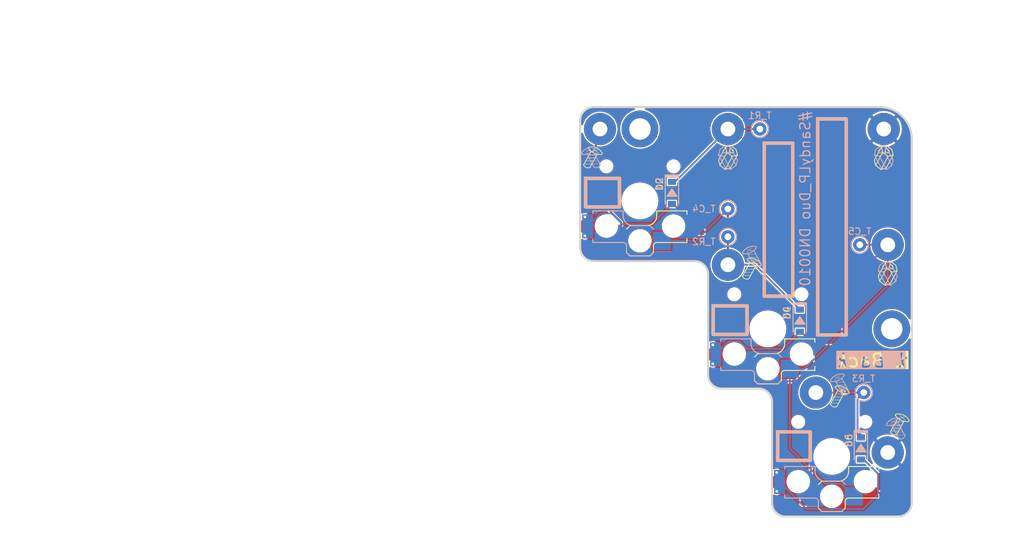
<source format=kicad_pcb>
(kicad_pcb (version 20240108) (generator "pcbnew") (generator_version "8.0")
  (title_block (title "Sandy") (date "2023-01-06") (rev "v.0") (company "@jpskenn"))
  (layers (0 "F.Cu" signal) (31 "B.Cu" signal) (34 "B.Paste" user) (35 "F.Paste" user) (36 "B.SilkS" user "B.Silkscreen") (37 "F.SilkS" user "F.Silkscreen") (38 "B.Mask" user) (39 "F.Mask" user) (44 "Edge.Cuts" user))
  (net 0 "")
  (net 1 "Net-(D3-A)")
  (net 2 "Net-(D4-A)")
  (net 3 "Mid_row1")
  (net 4 "Net-(D1-A)")
  (net 5 "Mid_row2")
  (net 6 "Net-(D2-A)")
  (net 7 "Mid_col4")
  (net 8 "Net-(D5-A)")
  (net 9 "Mid_col5")
  (net 10 "Net-(D6-A)")
  (net 11 "Mid_row0")
  (net 12 "GND")
  (footprint "locallib:MountingHole_2.2-4.8mm_M2_Pad_minimal_for_Through-hole_tap" (layer "F.Cu") (at 153.217917 87.130009)
    (property "Reference" "H4" (hide yes))
    (property "Value" "MountingHole")
    (pad "1" thru_hole circle (at 0 0) (size 4.8 4.8) (drill 2.2) (layers "*.Cu" "*.Mask") (net 12 "GND"))
  )
  (footprint "locallib:ICON_Screw_Medium" (layer "F.Cu") (at 109.220935 45.71903)
    (property "Reference" "REF**")
    (property "Value" "ICON_Screw_Medium")
  )
  (footprint "locallib:MountingHole_2.2-4.8mm_M2_Pad_minimal_for_Through-hole_tap" (layer "F.Cu") (at 129.40531 59.15028)
    (property "Reference" "H2" (hide yes))
    (property "Value" "MountingHole")
    (pad "1" thru_hole circle (at 0 0) (size 4.8 4.8) (drill 2.2) (layers "*.Cu" "*.Mask") (net 3 "Mid_row1"))
  )
  (footprint "locallib:SandyLPD_outline_Mid-CNT" (layer "F.Cu") (at 163.933435 59.15028)
    (property "Reference" "Cutout1" (hide yes))
    (property "Value" "60_Outline" (hide yes))
    (fp_line (start -56.535 -2.55004) (end -56.535 -21.512542) (stroke (width 0.3)) (layer "Edge.Cuts"))
    (fp_line (start -54.535 -0.55004) (end -39.475 -0.55004) (stroke (width 0.3)) (layer "Edge.Cuts"))
    (fp_line (start -37.475 16.44996) (end -37.475 1.44996) (stroke (width 0.3)) (layer "Edge.Cuts"))
    (fp_line (start -35.475 18.44996) (end -29.95 18.44996) (stroke (width 0.3)) (layer "Edge.Cuts"))
    (fp_line (start -27.95 35.52496) (end -27.95 20.44996) (stroke (width 0.3)) (layer "Edge.Cuts"))
    (fp_line (start -25.95 37.52496) (end -9.143756 37.52496) (stroke (width 0.3)) (layer "Edge.Cuts"))
    (fp_line (start -11.906256 -23.512542) (end -54.535 -23.512542) (stroke (width 0.3)) (layer "Edge.Cuts"))
    (fp_line (start -7.143756 35.52496) (end -7.143756 -18.750042) (stroke (width 0.3)) (layer "Edge.Cuts"))
    (fp_arc (start -56.535 -21.512542) (mid -55.949214 -22.926756) (end -54.535 -23.512542) (stroke (width 0.3)) (layer "Edge.Cuts"))
    (fp_arc (start -54.535 -0.55004) (mid -55.949214 -1.135826) (end -56.535 -2.55004) (stroke (width 0.3)) (layer "Edge.Cuts"))
    (fp_arc (start -39.475 -0.55004) (mid -38.060786 0.035746) (end -37.475 1.44996) (stroke (width 0.3)) (layer "Edge.Cuts"))
    (fp_arc (start -35.475 18.44996) (mid -36.889214 17.864174) (end -37.475 16.44996) (stroke (width 0.3)) (layer "Edge.Cuts"))
    (fp_arc (start -29.95 18.44996) (mid -28.535786 19.035746) (end -27.95 20.44996) (stroke (width 0.3)) (layer "Edge.Cuts"))
    (fp_arc (start -25.95 37.52496) (mid -27.364214 36.939174) (end -27.95 35.52496) (stroke (width 0.3)) (layer "Edge.Cuts"))
    (fp_arc (start -11.906256 -23.512542) (mid -8.538662 -22.117636) (end -7.143756 -18.750042) (stroke (width 0.3)) (layer "Edge.Cuts"))
    (fp_arc (start -7.143756 35.52496) (mid -7.729545 36.939171) (end -9.143756 37.52496) (stroke (width 0.3)) (layer "Edge.Cuts"))
  )
  (footprint "locallib:MountingHole_2.2-4.8mm_M2_Pad_minimal_for_Through-hole_tap" (layer "F.Cu") (at 110.355381 38.909656)
    (property "Reference" "H1" (hide yes))
    (property "Value" "MountingHole")
    (pad "1" thru_hole circle (at 0 0) (size 4.8 4.8) (drill 2.2) (layers "*.Cu" "*.Mask") (net 7 "Mid_col4"))
  )
  (footprint "locallib:Kailh_socket_ChocV2_small_#2pad_for_Reverse_no_hole" (layer "F.Cu") (at 135.358435 68.70032)
    (property "Reference" "SW_G1")
    (property "Value" "SW_Push")
    (pad "" np_thru_hole circle (at -5 3.75) (size 3 3) (drill 3) (layers "*.Cu" "*.Mask"))
    (pad "" np_thru_hole circle (at 5 -5.15) (size 1.6 1.6) (drill 1.6) (layers "F&B.Cu" "*.Mask"))
    (pad "1" smd custom (at 2.8 6.3375) (size 1.65 1.825) (layers "B.Cu" "B.Paste" "B.Mask") (net 9 "Mid_col5") (options (clearance outline) (anchor rect)) (primitives (gr_poly (pts (xy -0.825 -1.6875) (xy 0.6 -1.6875) (xy 0.85 -1.3125) (xy 1.325 -0.9625) (xy 1.775 -0.8125) (xy 1.775 0.9125) (xy -0.825 0.9125)) (width 0.12) (fill yes))))
    (pad "2" thru_hole circle (at -8.2 2.4) (size 0.8 0.8) (drill 0.4) (layers "*.Cu" "*.Mask") (net 1 "Net-(D3-A)"))
    (pad "2" thru_hole circle (at -8.2 5.2) (size 0.8 0.8) (drill 0.4) (layers "*.Cu" "*.Mask") (net 1 "Net-(D3-A)"))
    (pad "2" smd rect (at -7.7875 3.8) (size 1.625 3.6) (layers "B.Cu" "B.Paste" "B.Mask") (net 1 "Net-(D3-A)"))
  )
  (footprint "locallib:ICON_Spacer" (layer "F.Cu") (at 129.463182 45.783915)
    (property "Reference" "REF**")
    (property "Value" "ICON_Spacer")
  )
  (footprint "locallib:D_SOD-123_Emphasized_Direction_Line" (layer "F.Cu") (at 121.071015 48.434664 -90)
    (property "Reference" "D2" (at -1.315634 1.85008 90) (layer "F.SilkS"))
    (property "Value" "D")
    (pad "1" smd rect (at -1.65 0 270) (size 0.9 1.2) (layers "F.Cu" "F.Paste" "F.Mask") (net 11 "Mid_row0"))
    (pad "2" smd rect (at 1.65 0 270) (size 0.9 1.2) (layers "F.Cu" "F.Paste" "F.Mask") (net 6 "Net-(D2-A)"))
  )
  (footprint "locallib:MountingHole_M2_Through-hole_tap_THC-0.8-x-2" (layer "F.Cu") (at 116.308435 38.909656)
    (property "Reference" "H5" (hide yes))
    (property "Value" "MountingHole")
    (pad "1" connect circle (at 0 0) (size 4.4 4.4) (layers "F.Cu" "F.Mask"))
    (pad "1" connect circle (at 0 0) (size 4.4 4.4) (layers "B.Cu" "B.Mask"))
    (pad "1" thru_hole circle (at 0 0) (size 5.5 5.5) (drill 3.2) (layers "*.Cu" "*.Mask"))
  )
  (footprint "locallib:ICON_Spacer" (layer "F.Cu") (at 152.664851 45.783915)
    (property "Reference" "REF**")
    (property "Value" "ICON_Spacer")
  )
  (footprint "locallib:MountingHole_2.2-4.8mm_M2_Pad_minimal_for_Through-hole_tap" (layer "F.Cu") (at 142.502283 78.200314)
    (property "Reference" "H3" (hide yes))
    (property "Value" "MountingHole")
    (pad "1" thru_hole circle (at 0 0) (size 4.8 4.8) (drill 2.2) (layers "*.Cu" "*.Mask") (net 5 "Mid_row2"))
  )
  (footprint "locallib:MountingHole_M2_Through-hole_tap_THC-0.8-x-2" (layer "F.Cu") (at 153.81323 68.70032)
    (property "Reference" "H6" (hide yes))
    (property "Value" "MountingHole")
    (pad "1" connect circle (at 0 0) (size 4.4 4.4) (layers "F.Cu" "F.Mask"))
    (pad "1" connect circle (at 0 0) (size 4.4 4.4) (layers "B.Cu" "B.Mask"))
    (pad "1" thru_hole circle (at 0 0) (size 5.5 5.5) (drill 3.2) (layers "*.Cu" "*.Mask"))
  )
  (footprint "locallib:ICON_Spacer" (layer "F.Cu") (at 153.260164 63.047992)
    (property "Reference" "REF**")
    (property "Value" "ICON_Spacer")
  )
  (footprint "locallib:Kailh_socket_ChocV2_small_#2pad_for_Reverse_no_hole" (layer "F.Cu") (at 116.308435 49.62528)
    (property "Reference" "SW_R1")
    (property "Value" "SW_Push")
    (pad "" np_thru_hole circle (at -5 3.75) (size 3 3) (drill 3) (layers "*.Cu" "*.Mask"))
    (pad "" np_thru_hole circle (at 5 -5.15) (size 1.6 1.6) (drill 1.6) (layers "F&B.Cu" "*.Mask"))
    (pad "1" smd custom (at 2.8 6.3375) (size 1.65 1.825) (layers "B.Cu" "B.Paste" "B.Mask") (net 7 "Mid_col4") (options (clearance outline) (anchor rect)) (primitives (gr_poly (pts (xy -0.825 -1.6875) (xy 0.6 -1.6875) (xy 0.85 -1.3125) (xy 1.325 -0.9625) (xy 1.775 -0.8125) (xy 1.775 0.9125) (xy -0.825 0.9125)) (width 0.12) (fill yes))))
    (pad "2" thru_hole circle (at -8.2 2.4) (size 0.8 0.8) (drill 0.4) (layers "*.Cu" "*.Mask") (net 4 "Net-(D1-A)"))
    (pad "2" thru_hole circle (at -8.2 5.2) (size 0.8 0.8) (drill 0.4) (layers "*.Cu" "*.Mask") (net 4 "Net-(D1-A)"))
    (pad "2" smd rect (at -7.7875 3.8) (size 1.625 3.6) (layers "B.Cu" "B.Paste" "B.Mask") (net 4 "Net-(D1-A)"))
  )
  (footprint "locallib:D_SOD-123_Emphasized_Direction_Line" (layer "F.Cu") (at 149.220935 86.534696 -90)
    (property "Reference" "D6" (at -1.190626 1.785939 90) (layer "F.SilkS"))
    (property "Value" "D")
    (pad "1" smd rect (at -1.65 0 270) (size 0.9 1.2) (layers "F.Cu" "F.Paste" "F.Mask") (net 5 "Mid_row2"))
    (pad "2" smd rect (at 1.65 0 270) (size 0.9 1.2) (layers "F.Cu" "F.Paste" "F.Mask") (net 10 "Net-(D6-A)"))
  )
  (footprint "locallib:MountingHole_2.2-4.8mm_M2_Pad_minimal_for_Through-hole_tap" (layer "F.Cu") (at 129.405397 38.909656 180)
    (property "Reference" "H_top_1" (hide yes))
    (property "Value" "MountingHole")
    (pad "1" thru_hole circle (at 0 0 180) (size 4.8 4.8) (drill 2.2) (layers "*.Cu" "*.Mask") (net 11 "Mid_row0"))
  )
  (footprint "locallib:MountingHole_2.2-4.8mm_M2_Pad_minimal_for_Through-hole_tap" (layer "F.Cu") (at 153.217917 56.173733)
    (property "Reference" "H_top_3" (hide yes))
    (property "Value" "MountingHole")
    (pad "1" thru_hole circle (at 0 0) (size 4.8 4.8) (drill 2.2) (layers "*.Cu" "*.Mask") (net 9 "Mid_col5"))
  )
  (footprint "locallib:D_SOD-123_Emphasized_Direction_Line" (layer "F.Cu") (at 140.121031 67.48468 -90)
    (property "Reference" "D4" (at -1.16565 1.900096 90) (layer "F.SilkS"))
    (property "Value" "D")
    (pad "1" smd rect (at -1.65 0 270) (size 0.9 1.2) (layers "F.Cu" "F.Paste" "F.Mask") (net 3 "Mid_row1"))
    (pad "2" smd rect (at 1.65 0 270) (size 0.9 1.2) (layers "F.Cu" "F.Paste" "F.Mask") (net 2 "Net-(D4-A)"))
  )
  (footprint "locallib:Kailh_socket_ChocV2_small_#2pad_for_Reverse_no_hole" (layer "F.Cu") (at 144.883435 87.72528)
    (property "Reference" "SW_MACRO_L1")
    (property "Value" "SW_Push")
    (pad "" np_thru_hole circle (at -5 3.75) (size 3 3) (drill 3) (layers "*.Cu" "*.Mask"))
    (pad "" np_thru_hole circle (at 5 -5.15) (size 1.6 1.6) (drill 1.6) (layers "F&B.Cu" "*.Mask"))
    (pad "1" smd custom (at 2.8 6.3375) (size 1.65 1.825) (layers "B.Cu" "B.Paste" "B.Mask") (net 9 "Mid_col5") (options (clearance outline) (anchor rect)) (primitives (gr_poly (pts (xy -0.825 -1.6875) (xy 0.6 -1.6875) (xy 0.85 -1.3125) (xy 1.325 -0.9625) (xy 1.775 -0.8125) (xy 1.775 0.9125) (xy -0.825 0.9125)) (width 0.12) (fill yes))))
    (pad "2" thru_hole circle (at -8.2 2.4) (size 0.8 0.8) (drill 0.4) (layers "*.Cu" "*.Mask") (net 8 "Net-(D5-A)"))
    (pad "2" thru_hole circle (at -8.2 5.2) (size 0.8 0.8) (drill 0.4) (layers "*.Cu" "*.Mask") (net 8 "Net-(D5-A)"))
    (pad "2" smd rect (at -7.7875 3.8) (size 1.625 3.6) (layers "B.Cu" "B.Paste" "B.Mask") (net 8 "Net-(D5-A)"))
  )
  (footprint "locallib:MountingHole_2.2-4.8mm_M2_Pad_minimal_for_Through-hole_tap" (layer "F.Cu") (at 152.622604 38.909656)
    (property "Reference" "H_top_2" (hide yes))
    (property "Value" "MountingHole")
    (pad "1" thru_hole circle (at 0 0) (size 4.8 4.8) (drill 2.2) (layers "*.Cu" "*.Mask") (net 12 "GND"))
  )
  (footprint "locallib:ICON_Screw_Medium" (layer "F.Cu") (at 132.889966 62.320408)
    (property "Reference" "REF**")
    (property "Value" "ICON_Screw_Medium")
  )
  (footprint "locallib:ICON_Screw_Medium" (layer "F.Cu") (at 145.986852 81.370424)
    (property "Reference" "REF**")
    (property "Value" "ICON_Screw_Medium")
  )
  (footprint "locallib:ICON_Screw_Medium" (layer "F.Cu") (at 154.916547 85.537615)
    (property "Reference" "REF**")
    (property "Value" "ICON_Screw_Medium")
  )
  (footprint "locallib:ICON_Screw_Medium" (layer "B.Cu") (at 154.495852 86.132928 180)
    (property "Reference" "REF**")
    (property "Value" "ICON_Screw_Medium")
  )
  (footprint "locallib:TestPoint_THTPad_D2.0mm_Drill1.0mm" (layer "B.Cu") (at 149.050726 56.173733 180)
    (property "Reference" "T_C5" (at 0 1.998 0) (layer "B.SilkS") (effects (justify mirror)))
    (property "Value" "Conn_01x01")
    (pad "1" thru_hole circle (at 0 0 180) (size 2 2) (drill 1) (layers "*.Cu" "*.Mask") (net 9 "Mid_col5"))
  )
  (footprint "locallib:Kailh_socket_ChocV2_for_Reverse" (layer "B.Cu") (at 135.358435 68.70032 180)
    (property "Reference" "SW_H1")
    (property "Value" "SW_Push")
    (pad "" np_thru_hole circle (at -5 -3.75 180) (size 3 3) (drill 3) (layers "*.Cu" "*.Mask"))
    (pad "" np_thru_hole circle (at 0 -5.95 180) (size 3 3) (drill 3) (layers "*.Cu" "*.Mask"))
    (pad "" np_thru_hole circle (at 0 0 180) (size 5 5) (drill 5) (layers "*.Cu" "*.Mask"))
    (pad "" np_thru_hole circle (at 5 5.15 180) (size 1.6 1.6) (drill 1.6) (layers "F&B.Cu" "*.Mask"))
    (pad "1" smd custom (at 2.8125 -6.3 180) (size 1.675 1.9) (layers "F.Cu" "F.Paste" "F.Mask") (net 9 "Mid_col5") (options (clearance outline) (anchor rect)) (primitives (gr_poly (pts (xy -0.8375 1.65) (xy -0.8375 -0.95) (xy 1.7625 -0.95) (xy 1.7625 0.78) (xy 1.3075 0.93) (xy 0.8375 1.28) (xy 0.5875 1.65)) (width 0.12) (fill yes))))
    (pad "2" smd rect (at -8.275 -3.75 180) (size 2.6 2.6) (layers "F.Cu" "F.Paste" "F.Mask") (net 2 "Net-(D4-A)"))
  )
  (footprint "locallib:D_SOD-123_Emphasized_Direction_Line" (layer "B.Cu") (at 149.220935 86.534655 -90)
    (property "Reference" "D5" (at -1.190585 1.785939 90) (layer "B.SilkS") (effects (justify mirror)))
    (property "Value" "D")
    (pad "1" smd rect (at -1.65 0 270) (size 0.9 1.2) (layers "B.Cu" "B.Paste" "B.Mask") (net 5 "Mid_row2"))
    (pad "2" smd rect (at 1.65 0 270) (size 0.9 1.2) (layers "B.Cu" "B.Paste" "B.Mask") (net 8 "Net-(D5-A)"))
  )
  (footprint "locallib:Kailh_socket_ChocV2_for_Reverse" (layer "B.Cu") (at 144.883435 87.72528 180)
    (property "Reference" "SW_MACRO_R1")
    (property "Value" "SW_Push")
    (pad "" np_thru_hole circle (at -5 -3.75 180) (size 3 3) (drill 3) (layers "*.Cu" "*.Mask"))
    (pad "" np_thru_hole circle (at 0 -5.95 180) (size 3 3) (drill 3) (layers "*.Cu" "*.Mask"))
    (pad "" np_thru_hole circle (at 0 0 180) (size 5 5) (drill 5) (layers "*.Cu" "*.Mask"))
    (pad "" np_thru_hole circle (at 5 5.15 180) (size 1.6 1.6) (drill 1.6) (layers "F&B.Cu" "*.Mask"))
    (pad "1" smd custom (at 2.8125 -6.3 180) (size 1.675 1.9) (layers "F.Cu" "F.Paste" "F.Mask") (net 9 "Mid_col5") (options (clearance outline) (anchor rect)) (primitives (gr_poly (pts (xy -0.8375 1.65) (xy -0.8375 -0.95) (xy 1.7625 -0.95) (xy 1.7625 0.78) (xy 1.3075 0.93) (xy 0.8375 1.28) (xy 0.5875 1.65)) (width 0.12) (fill yes))))
    (pad "2" smd rect (at -8.275 -3.75 180) (size 2.6 2.6) (layers "F.Cu" "F.Paste" "F.Mask") (net 10 "Net-(D6-A)"))
  )
  (footprint "locallib:D_SOD-123_Emphasized_Direction_Line" (layer "B.Cu") (at 121.070935 48.434655 -90)
    (property "Reference" "D1" (at -1.315625 1.85 90) (layer "B.SilkS") (effects (justify mirror)))
    (property "Value" "D")
    (pad "1" smd rect (at -1.65 0 270) (size 0.9 1.2) (layers "B.Cu" "B.Paste" "B.Mask") (net 11 "Mid_row0"))
    (pad "2" smd rect (at 1.65 0 270) (size 0.9 1.2) (layers "B.Cu" "B.Paste" "B.Mask") (net 4 "Net-(D1-A)"))
  )
  (footprint "locallib:D_SOD-123_Emphasized_Direction_Line" (layer "B.Cu") (at 140.120935 67.484655 -90)
    (property "Reference" "D3" (at -1.165625 1.9 90) (layer "B.SilkS") (effects (justify mirror)))
    (property "Value" "D")
    (pad "1" smd rect (at -1.65 0 270) (size 0.9 1.2) (layers "B.Cu" "B.Paste" "B.Mask") (net 3 "Mid_row1"))
    (pad "2" smd rect (at 1.65 0 270) (size 0.9 1.2) (layers "B.Cu" "B.Paste" "B.Mask") (net 1 "Net-(D3-A)"))
  )
  (footprint "locallib:TestPoint_THTPad_D2.0mm_Drill1.0mm" (layer "B.Cu") (at 129.405397 50.815916)
    (property "Reference" "T_C4" (at -3.571878 0 0) (layer "B.SilkS") (effects (justify mirror)))
    (property "Value" "Conn_01x01")
    (pad "1" thru_hole circle (at 0 0) (size 2 2) (drill 1) (layers "*.Cu" "*.Mask") (net 7 "Mid_col4"))
  )
  (footprint "locallib:ICON_Spacer" (layer "B.Cu") (at 152.580357 45.783915 180)
    (property "Reference" "REF**")
    (property "Value" "ICON_Spacer")
  )
  (footprint "locallib:ICON_Spacer" (layer "B.Cu") (at 153.17567 63.047992 180)
    (property "Reference" "REF**")
    (property "Value" "ICON_Spacer")
  )
  (footprint "locallib:ICON_Screw_Medium" (layer "B.Cu") (at 133.064584 60.534469 180)
    (property "Reference" "REF**")
    (property "Value" "ICON_Screw_Medium")
  )
  (footprint "locallib:ICON_Screw_Medium" (layer "B.Cu") (at 109.108244 45.698514 180)
    (property "Reference" "REF**")
    (property "Value" "ICON_Screw_Medium")
  )
  (footprint "locallib:TestPoint_THTPad_D2.0mm_Drill1.0mm" (layer "B.Cu") (at 129.405397 54.983107)
    (property "Reference" "T_R2" (at -3.571878 0.735923 0) (layer "B.SilkS") (effects (justify mirror)))
    (property "Value" "Conn_01x01")
    (pad "1" thru_hole circle (at 0 0) (size 2 2) (drill 1) (layers "*.Cu" "*.Mask") (net 3 "Mid_row1"))
  )
  (footprint "locallib:TestPoint_THTPad_D2.0mm_Drill1.0mm" (layer "B.Cu") (at 134.167901 38.909656 180)
    (property "Reference" "T_R1" (at 0 1.998 0) (layer "B.SilkS") (effects (justify mirror)))
    (property "Value" "Conn_01x01")
    (pad "1" thru_hole circle (at 0 0 180) (size 2 2) (drill 1) (layers "*.Cu" "*.Mask") (net 11 "Mid_row0"))
  )
  (footprint "locallib:Kailh_socket_ChocV2_for_Reverse" (layer "B.Cu") (at 116.308435 49.62528 180)
    (property "Reference" "SW_U1")
    (property "Value" "SW_Push")
    (pad "" np_thru_hole circle (at -5 -3.75 180) (size 3 3) (drill 3) (layers "*.Cu" "*.Mask"))
    (pad "" np_thru_hole circle (at 0 -5.95 180) (size 3 3) (drill 3) (layers "*.Cu" "*.Mask"))
    (pad "" np_thru_hole circle (at 0 0 180) (size 5 5) (drill 5) (layers "*.Cu" "*.Mask"))
    (pad "" np_thru_hole circle (at 5 5.15 180) (size 1.6 1.6) (drill 1.6) (layers "F&B.Cu" "*.Mask"))
    (pad "1" smd custom (at 2.8125 -6.3 180) (size 1.675 1.9) (layers "F.Cu" "F.Paste" "F.Mask") (net 7 "Mid_col4") (options (clearance outline) (anchor rect)) (primitives (gr_poly (pts (xy -0.8375 1.65) (xy -0.8375 -0.95) (xy 1.7625 -0.95) (xy 1.7625 0.78) (xy 1.3075 0.93) (xy 0.8375 1.28) (xy 0.5875 1.65)) (width 0.12) (fill yes))))
    (pad "2" smd rect (at -8.275 -3.75 180) (size 2.6 2.6) (layers "F.Cu" "F.Paste" "F.Mask") (net 6 "Net-(D2-A)"))
  )
  (footprint "locallib:TestPoint_THTPad_D2.0mm_Drill1.0mm" (layer "B.Cu") (at 149.645935 78.20028)
    (property "Reference" "T_R3" (at -0.025 -2.08125 0) (layer "B.SilkS") (effects (justify mirror)))
    (property "Value" "Conn_01x01")
    (pad "1" thru_hole circle (at 0 0) (size 2 2) (drill 1) (layers "*.Cu" "*.Mask") (net 5 "Mid_row2"))
  )
  (footprint "locallib:ICON_Screw_Medium" (layer "B.Cu") (at 146.16147 79.584485 180)
    (property "Reference" "REF**")
    (property "Value" "ICON_Screw_Medium")
  )
  (footprint "locallib:ICON_Spacer" (layer "B.Cu") (at 129.378688 45.783915 180)
    (property "Reference" "REF**")
    (property "Value" "ICON_Spacer")
  )
  (gr_rect (start 142.770935 37.403444) (end 147.020935 69.623749) (stroke (width 0.5)) (fill none) (layer "B.SilkS"))
  (gr_rect (start 127.220935 65.26903) (end 132.270935 69.51903) (stroke (width 0.5)) (fill none) (layer "B.SilkS"))
  (gr_rect (start 108.220935 46.26903) (end 113.270935 50.51903) (stroke (width 0.5)) (fill none) (layer "B.SilkS"))
  (gr_rect (start 136.795935 84.06903) (end 141.645935 88.31903) (stroke (width 0.5)) (fill none) (layer "B.SilkS"))
  (gr_rect (start 134.820935 41.008878) (end 139.070935 63.829183) (stroke (width 0.5)) (fill none) (layer "B.SilkS"))
  (gr_rect (start 134.820935 41.008878) (end 139.070935 63.829183) (stroke (width 0.5)) (fill none) (layer "F.SilkS"))
  (gr_rect (start 127.195935 65.26903) (end 132.245935 69.51903) (stroke (width 0.5)) (fill none) (layer "F.SilkS"))
  (gr_rect (start 142.770935 37.403444) (end 147.020935 69.623749) (stroke (width 0.5)) (fill none) (layer "F.SilkS"))
  (gr_rect (start 136.820935 84.06903) (end 141.670935 88.31903) (stroke (width 0.5)) (fill none) (layer "F.SilkS"))
  (gr_rect (start 108.195935 46.26903) (end 113.245935 50.51903) (stroke (width 0.5)) (fill none) (layer "F.SilkS"))
  (gr_text "L Back" (at 150.836665 73.43781 0) (layer "B.SilkS" knockout) (effects (font (size 2 2) (thickness 0.3) (italic yes)) (justify mirror)))
  (gr_text "#SandyLP_Duo DN0010" (at 140.920935 36.11903 90) (layer "B.SilkS") (effects (font (size 1.5 1.5) (thickness 0.18)) (justify left mirror)))
  (gr_text "R Back" (at 150.836665 73.43781 0) (layer "F.SilkS" knockout) (effects (font (size 2 2) (thickness 0.3) (italic yes))))
  (segment (start 140.120935 69.134655) (end 137.58192 71.67367) (width 0.25) (layer "B.Cu") (net 1))
  (segment (start 137.58192 71.67367) (end 132.233435 71.67367) (width 0.25) (layer "B.Cu") (net 1))
  (segment (start 131.135085 70.57532) (end 129.495935 70.57532) (width 0.25) (layer "B.Cu") (net 1))
  (segment (start 132.233435 71.67367) (end 131.135085 70.57532) (width 0.25) (layer "B.Cu") (net 1))
  (segment (start 129.495935 70.57532) (end 127.570935 72.50032) (width 0.25) (layer "B.Cu") (net 1))
  (segment (start 140.121031 69.13468) (end 140.317795 69.13468) (width 0.25) (layer "F.Cu") (net 2))
  (segment (start 140.317795 69.13468) (end 143.633435 72.45032) (width 0.25) (layer "F.Cu") (net 2))
  (segment (start 129.43656 59.11903) (end 129.40531 59.15028) (width 0.25) (layer "F.Cu") (net 3))
  (segment (start 129.405397 59.150193) (end 129.40531 59.15028) (width 0.25) (layer "F.Cu") (net 3))
  (segment (start 129.405397 54.983107) (end 129.405397 59.150193) (width 0.25) (layer "F.Cu") (net 3))
  (segment (start 140.121031 65.83468) (end 133.405381 59.11903) (width 0.25) (layer "F.Cu") (net 3))
  (segment (start 133.405381 59.11903) (end 129.43656 59.11903) (width 0.25) (layer "F.Cu") (net 3))
  (segment (start 129.40531 59.15028) (end 133.43656 59.15028) (width 0.25) (layer "B.Cu") (net 3))
  (segment (start 133.43656 59.15028) (end 140.120935 65.834655) (width 0.25) (layer "B.Cu") (net 3))
  (segment (start 110.445935 51.50028) (end 112.085085 51.50028) (width 0.25) (layer "B.Cu") (net 4))
  (segment (start 113.703835 53.11903) (end 118.03656 53.11903) (width 0.25) (layer "B.Cu") (net 4))
  (segment (start 118.03656 53.11903) (end 121.070935 50.084655) (width 0.25) (layer "B.Cu") (net 4))
  (segment (start 108.520935 53.42528) (end 110.445935 51.50028) (width 0.25) (layer "B.Cu") (net 4))
  (segment (start 112.085085 51.50028) (end 113.703835 53.11903) (width 0.25) (layer "B.Cu") (net 4))
  (segment (start 149.645935 78.20028) (end 148.708435 79.13778) (width 0.25) (layer "F.Cu") (net 5))
  (segment (start 148.708435 84.372196) (end 149.220935 84.884696) (width 0.25) (layer "F.Cu") (net 5))
  (segment (start 148.708435 79.13778) (end 148.708435 84.372196) (width 0.25) (layer "F.Cu") (net 5))
  (segment (start 149.645901 78.200314) (end 149.645935 78.20028) (width 0.25) (layer "B.Cu") (net 5))
  (segment (start 142.502283 78.200314) (end 149.645901 78.200314) (width 0.25) (layer "B.Cu") (net 5))
  (segment (start 148.708435 79.13778) (end 149.645935 78.20028) (width 0.25) (layer "B.Cu") (net 5))
  (segment (start 148.708435 83.947051) (end 148.708435 79.13778) (width 0.25) (layer "B.Cu") (net 5))
  (segment (start 149.646039 84.884655) (end 148.708435 83.947051) (width 0.25) (layer "B.Cu") (net 5))
  (segment (start 121.071015 50.084664) (end 121.292819 50.084664) (width 0.25) (layer "F.Cu") (net 6))
  (segment (start 121.292819 50.084664) (end 124.583435 53.37528) (width 0.25) (layer "F.Cu") (net 6))
  (segment (start 113.495935 52.79403) (end 109.760068 49.058163) (width 0.25) (layer "F.Cu") (net 7))
  (segment (start 115.020935 57.45028) (end 113.495935 55.92528) (width 0.25) (layer "F.Cu") (net 7))
  (segment (start 109.760068 39.504969) (end 110.355381 38.909656) (width 0.25) (layer "F.Cu") (net 7))
  (segment (start 129.405397 52.382349) (end 124.337466 57.45028) (width 0.25) (layer "F.Cu") (net 7))
  (segment (start 113.495935 55.92528) (end 113.495935 52.79403) (width 0.25) (layer "F.Cu") (net 7))
  (segment (start 129.405397 50.815916) (end 129.405397 52.382349) (width 0.25) (layer "F.Cu") (net 7))
  (segment (start 109.760068 49.058163) (end 109.760068 39.504969) (width 0.25) (layer "F.Cu") (net 7))
  (segment (start 124.337466 57.45028) (end 115.020935 57.45028) (width 0.25) (layer "F.Cu") (net 7))
  (segment (start 124.646033 55.57528) (end 129.405397 50.815916) (width 0.25) (layer "B.Cu") (net 7))
  (segment (start 119.583435 55.57528) (end 124.646033 55.57528) (width 0.25) (layer "B.Cu") (net 7))
  (segment (start 137.095935 91.52528) (end 141.120935 95.55028) (width 0.25) (layer "B.Cu") (net 8))
  (segment (start 149.589685 95.55028) (end 151.758435 93.38153) (width 0.25) (layer "B.Cu") (net 8))
  (segment (start 141.120935 95.55028) (end 149.589685 95.55028) (width 0.25) (layer "B.Cu") (net 8))
  (segment (start 151.758435 90.297051) (end 149.646039 88.184655) (width 0.25) (layer "B.Cu") (net 8))
  (segment (start 151.758435 93.38153) (end 151.758435 90.297051) (width 0.25) (layer "B.Cu") (net 8))
  (segment (start 141.220935 74.91903) (end 146.220935 74.91903) (width 0.25) (layer "F.Cu") (net 9))
  (segment (start 141.758435 93.71278) (end 142.070935 94.02528) (width 0.25) (layer "F.Cu") (net 9))
  (segment (start 134.070935 76.52532) (end 139.614645 76.52532) (width 0.25) (layer "F.Cu") (net 9))
  (segment (start 153.217917 56.173733) (end 146.620935 62.770715) (width 0.25) (layer "F.Cu") (net 9))
  (segment (start 146.220935 74.91903) (end 146.620935 74.51903) (width 0.25) (layer "F.Cu") (net 9))
  (segment (start 146.620935 74.91903) (end 146.620935 75.31903) (width 0.25) (layer "F.Cu") (net 9))
  (segment (start 132.545935 75.00032) (end 134.070935 76.52532) (width 0.25) (layer "F.Cu") (net 9))
  (segment (start 146.220935 74.91903) (end 146.620935 74.91903) (width 0.25) (layer "F.Cu") (net 9))
  (segment (start 139.614645 76.52532) (end 141.220935 74.91903) (width 0.25) (layer "F.Cu") (net 9))
  (segment (start 141.758435 83.98153) (end 141.758435 93.71278) (width 0.25) (layer "F.Cu") (net 9))
  (segment (start 146.620935 79.11903) (end 141.758435 83.98153) (width 0.25) (layer "F.Cu") (net 9))
  (segment (start 146.220935 74.91903) (end 146.620935 75.31903) (width 0.25) (layer "F.Cu") (net 9))
  (segment (start 146.620935 75.31903) (end 146.620935 79.11903) (width 0.25) (layer "F.Cu") (net 9))
  (segment (start 146.620935 62.770715) (end 146.620935 74.51903) (width 0.25) (layer "F.Cu") (net 9))
  (segment (start 146.620935 74.51903) (end 146.620935 74.91903) (width 0.25) (layer "F.Cu") (net 9))
  (segment (start 138.633435 86.53153) (end 143.902185 91.80028) (width 0.25) (layer "B.Cu") (net 9))
  (segment (start 146.283435 91.80028) (end 148.158435 93.67528) (width 0.25) (layer "B.Cu") (net 9))
  (segment (start 140.810085 74.65032) (end 138.633435 74.65032) (width 0.25) (layer "B.Cu") (net 9))
  (segment (start 138.633435 74.65032) (end 138.633435 86.53153) (width 0.25) (layer "B.Cu") (net 9))
  (segment (start 153.217917 56.173733) (end 153.217917 62.242488) (width 0.25) (layer "B.Cu") (net 9))
  (segment (start 153.217917 62.242488) (end 140.810085 74.65032) (width 0.25) (layer "B.Cu") (net 9))
  (segment (start 143.902185 91.80028) (end 146.283435 91.80028) (width 0.25) (layer "B.Cu") (net 9))
  (segment (start 153.217917 56.173733) (end 149.050726 56.173733) (width 0.25) (layer "B.Cu") (net 9))
  (segment (start 149.646039 88.184696) (end 152.936623 91.47528) (width 0.25) (layer "F.Cu") (net 10))
  (segment (start 152.936623 91.47528) (end 153.158435 91.47528) (width 0.25) (layer "F.Cu") (net 10))
  (segment (start 149.220935 88.184696) (end 149.646039 88.184696) (width 0.25) (layer "F.Cu") (net 10))
  (segment (start 121.530389 46.784664) (end 121.071015 46.784664) (width 0.25) (layer "F.Cu") (net 11))
  (segment (start 129.405397 38.909656) (end 121.530389 46.784664) (width 0.25) (layer "F.Cu") (net 11))
  (segment (start 129.405397 38.909656) (end 134.167901 38.909656) (width 0.25) (layer "B.Cu") (net 11))
  (segment (start 121.070935 46.784655) (end 121.530398 46.784655) (width 0.25) (layer "B.Cu") (net 11))
  (segment (start 121.530398 46.784655) (end 129.405397 38.909656) (width 0.25) (layer "B.Cu") (net 11))
  (zone (net 12) (net_name "GND") (layers "F&B.Cu") (connect_pads (clearance 0.2)) (min_thickness 0.3) (fill yes (thermal_gap 0.3) (thermal_bridge_width 0.5))
    (polygon (pts (xy 165.719254 102.012784) (xy 104.997568 102.012784) (xy 104.997568 21.645593) (xy 165.719254 21.645593)))
  )
)
</source>
